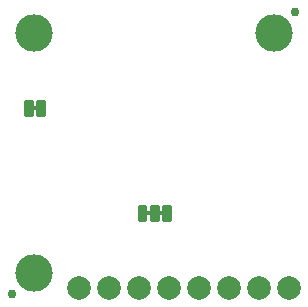
<source format=gbs>
G04 EAGLE Gerber RS-274X export*
G75*
%MOMM*%
%FSLAX34Y34*%
%LPD*%
%INSoldermask Bottom*%
%IPPOS*%
%AMOC8*
5,1,8,0,0,1.08239X$1,22.5*%
G01*
%ADD10C,0.762000*%
%ADD11C,3.175000*%
%ADD12C,2.006600*%
%ADD13C,0.228344*%

G36*
X27370Y163207D02*
X27370Y163207D01*
X27436Y163209D01*
X27479Y163227D01*
X27526Y163235D01*
X27583Y163269D01*
X27643Y163294D01*
X27678Y163325D01*
X27719Y163350D01*
X27761Y163401D01*
X27809Y163445D01*
X27831Y163487D01*
X27860Y163524D01*
X27881Y163586D01*
X27912Y163645D01*
X27920Y163699D01*
X27932Y163736D01*
X27931Y163776D01*
X27939Y163830D01*
X27939Y166370D01*
X27928Y166435D01*
X27926Y166501D01*
X27908Y166544D01*
X27900Y166591D01*
X27866Y166648D01*
X27841Y166708D01*
X27810Y166743D01*
X27785Y166784D01*
X27734Y166826D01*
X27690Y166874D01*
X27648Y166896D01*
X27611Y166925D01*
X27549Y166946D01*
X27490Y166977D01*
X27436Y166985D01*
X27399Y166997D01*
X27359Y166996D01*
X27305Y167004D01*
X23495Y167004D01*
X23430Y166993D01*
X23364Y166991D01*
X23321Y166973D01*
X23274Y166965D01*
X23217Y166931D01*
X23157Y166906D01*
X23122Y166875D01*
X23081Y166850D01*
X23040Y166799D01*
X22991Y166755D01*
X22969Y166713D01*
X22940Y166676D01*
X22919Y166614D01*
X22888Y166555D01*
X22880Y166501D01*
X22868Y166464D01*
X22868Y166461D01*
X22869Y166424D01*
X22861Y166370D01*
X22861Y163830D01*
X22872Y163765D01*
X22874Y163699D01*
X22892Y163656D01*
X22900Y163609D01*
X22934Y163552D01*
X22959Y163492D01*
X22990Y163457D01*
X23015Y163416D01*
X23066Y163375D01*
X23110Y163326D01*
X23152Y163304D01*
X23189Y163275D01*
X23251Y163254D01*
X23310Y163223D01*
X23364Y163215D01*
X23401Y163203D01*
X23441Y163204D01*
X23495Y163196D01*
X27305Y163196D01*
X27370Y163207D01*
G37*
G36*
X134050Y74307D02*
X134050Y74307D01*
X134116Y74309D01*
X134159Y74327D01*
X134206Y74335D01*
X134263Y74369D01*
X134323Y74394D01*
X134358Y74425D01*
X134399Y74450D01*
X134441Y74501D01*
X134489Y74545D01*
X134511Y74587D01*
X134540Y74624D01*
X134561Y74686D01*
X134592Y74745D01*
X134600Y74799D01*
X134612Y74836D01*
X134611Y74876D01*
X134619Y74930D01*
X134619Y77470D01*
X134608Y77535D01*
X134606Y77601D01*
X134588Y77644D01*
X134580Y77691D01*
X134546Y77748D01*
X134521Y77808D01*
X134490Y77843D01*
X134465Y77884D01*
X134414Y77926D01*
X134370Y77974D01*
X134328Y77996D01*
X134291Y78025D01*
X134229Y78046D01*
X134170Y78077D01*
X134116Y78085D01*
X134079Y78097D01*
X134039Y78096D01*
X133985Y78104D01*
X130175Y78104D01*
X130110Y78093D01*
X130044Y78091D01*
X130001Y78073D01*
X129954Y78065D01*
X129897Y78031D01*
X129837Y78006D01*
X129802Y77975D01*
X129761Y77950D01*
X129720Y77899D01*
X129671Y77855D01*
X129649Y77813D01*
X129620Y77776D01*
X129599Y77714D01*
X129568Y77655D01*
X129560Y77601D01*
X129548Y77564D01*
X129548Y77561D01*
X129549Y77524D01*
X129541Y77470D01*
X129541Y74930D01*
X129552Y74865D01*
X129554Y74799D01*
X129572Y74756D01*
X129580Y74709D01*
X129614Y74652D01*
X129639Y74592D01*
X129670Y74557D01*
X129695Y74516D01*
X129746Y74475D01*
X129790Y74426D01*
X129832Y74404D01*
X129869Y74375D01*
X129931Y74354D01*
X129990Y74323D01*
X130044Y74315D01*
X130081Y74303D01*
X130121Y74304D01*
X130175Y74296D01*
X133985Y74296D01*
X134050Y74307D01*
G37*
G36*
X123890Y74307D02*
X123890Y74307D01*
X123956Y74309D01*
X123999Y74327D01*
X124046Y74335D01*
X124103Y74369D01*
X124163Y74394D01*
X124198Y74425D01*
X124239Y74450D01*
X124281Y74501D01*
X124329Y74545D01*
X124351Y74587D01*
X124380Y74624D01*
X124401Y74686D01*
X124432Y74745D01*
X124440Y74799D01*
X124452Y74836D01*
X124451Y74876D01*
X124459Y74930D01*
X124459Y77470D01*
X124448Y77535D01*
X124446Y77601D01*
X124428Y77644D01*
X124420Y77691D01*
X124386Y77748D01*
X124361Y77808D01*
X124330Y77843D01*
X124305Y77884D01*
X124254Y77926D01*
X124210Y77974D01*
X124168Y77996D01*
X124131Y78025D01*
X124069Y78046D01*
X124010Y78077D01*
X123956Y78085D01*
X123919Y78097D01*
X123879Y78096D01*
X123825Y78104D01*
X120015Y78104D01*
X119950Y78093D01*
X119884Y78091D01*
X119841Y78073D01*
X119794Y78065D01*
X119737Y78031D01*
X119677Y78006D01*
X119642Y77975D01*
X119601Y77950D01*
X119560Y77899D01*
X119511Y77855D01*
X119489Y77813D01*
X119460Y77776D01*
X119439Y77714D01*
X119408Y77655D01*
X119400Y77601D01*
X119388Y77564D01*
X119388Y77561D01*
X119389Y77524D01*
X119381Y77470D01*
X119381Y74930D01*
X119392Y74865D01*
X119394Y74799D01*
X119412Y74756D01*
X119420Y74709D01*
X119454Y74652D01*
X119479Y74592D01*
X119510Y74557D01*
X119535Y74516D01*
X119586Y74475D01*
X119630Y74426D01*
X119672Y74404D01*
X119709Y74375D01*
X119771Y74354D01*
X119830Y74323D01*
X119884Y74315D01*
X119921Y74303D01*
X119961Y74304D01*
X120015Y74296D01*
X123825Y74296D01*
X123890Y74307D01*
G37*
D10*
X6350Y7620D03*
X246380Y246380D03*
D11*
X228600Y228600D03*
X25400Y228600D03*
X25400Y25400D03*
D12*
X63500Y12700D03*
X88900Y12700D03*
X114300Y12700D03*
X139700Y12700D03*
D13*
X33403Y170944D02*
X27811Y170944D01*
X33403Y170944D02*
X33403Y159256D01*
X27811Y159256D01*
X27811Y170944D01*
X27811Y161425D02*
X33403Y161425D01*
X33403Y163594D02*
X27811Y163594D01*
X27811Y165763D02*
X33403Y165763D01*
X33403Y167932D02*
X27811Y167932D01*
X27811Y170101D02*
X33403Y170101D01*
X22989Y170944D02*
X17397Y170944D01*
X22989Y170944D02*
X22989Y159256D01*
X17397Y159256D01*
X17397Y170944D01*
X17397Y161425D02*
X22989Y161425D01*
X22989Y163594D02*
X17397Y163594D01*
X17397Y165763D02*
X22989Y165763D01*
X22989Y167932D02*
X17397Y167932D01*
X17397Y170101D02*
X22989Y170101D01*
X134618Y82044D02*
X140210Y82044D01*
X140210Y70356D01*
X134618Y70356D01*
X134618Y82044D01*
X134618Y72525D02*
X140210Y72525D01*
X140210Y74694D02*
X134618Y74694D01*
X134618Y76863D02*
X140210Y76863D01*
X140210Y79032D02*
X134618Y79032D01*
X134618Y81201D02*
X140210Y81201D01*
X129796Y82044D02*
X124204Y82044D01*
X129796Y82044D02*
X129796Y70356D01*
X124204Y70356D01*
X124204Y82044D01*
X124204Y72525D02*
X129796Y72525D01*
X129796Y74694D02*
X124204Y74694D01*
X124204Y76863D02*
X129796Y76863D01*
X129796Y79032D02*
X124204Y79032D01*
X124204Y81201D02*
X129796Y81201D01*
X119382Y82044D02*
X113790Y82044D01*
X119382Y82044D02*
X119382Y70356D01*
X113790Y70356D01*
X113790Y82044D01*
X113790Y72525D02*
X119382Y72525D01*
X119382Y74694D02*
X113790Y74694D01*
X113790Y76863D02*
X119382Y76863D01*
X119382Y79032D02*
X113790Y79032D01*
X113790Y81201D02*
X119382Y81201D01*
D12*
X241300Y12700D03*
X215900Y12700D03*
X190500Y12700D03*
X165100Y12700D03*
M02*

</source>
